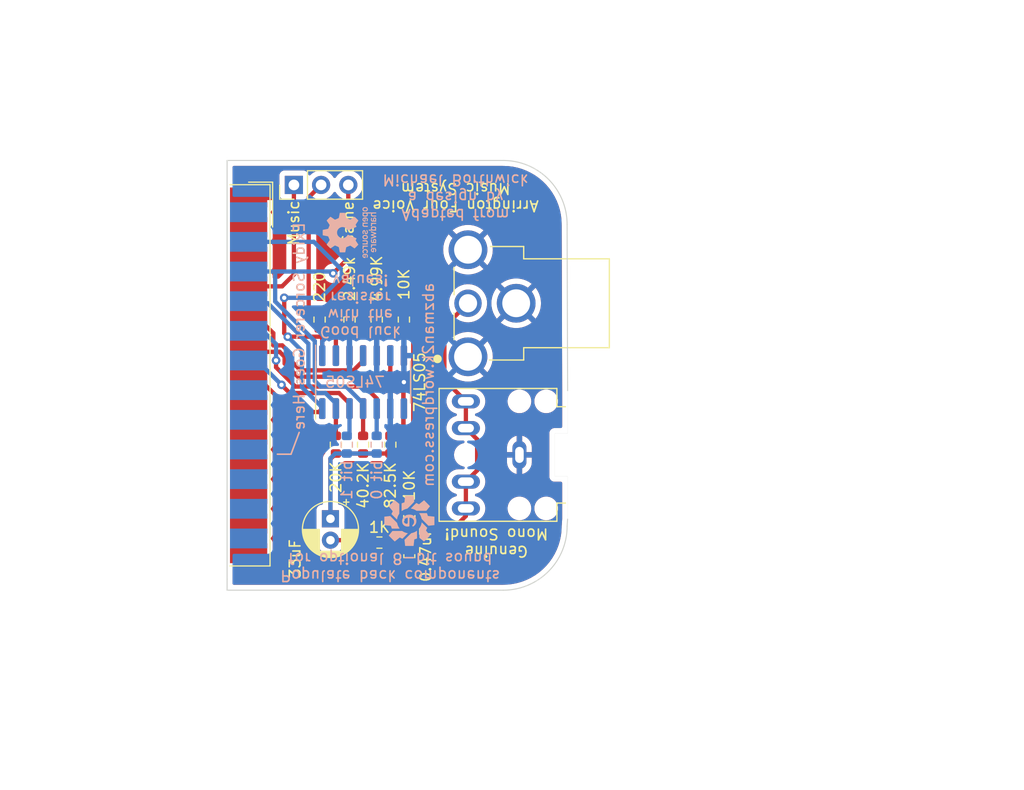
<source format=kicad_pcb>
(kicad_pcb (version 20221018) (generator pcbnew)
  (layers (0 "F.Cu" signal) (31 "B.Cu" signal) (34 "B.Paste" user) (35 "F.Paste" user) (36 "B.SilkS" user "B.Silkscreen") (37 "F.SilkS" user "F.Silkscreen") (38 "B.Mask" user) (39 "F.Mask" user) (44 "Edge.Cuts" user))
  (net 0 "")
  (net 1 "Net-(C1-Pad1)")
  (net 2 "GND")
  (net 3 "/mixed audio")
  (net 4 "Net-(C2-Pad2)")
  (net 7 "/bit 7")
  (net 8 "Net-(J2-Pad5)")
  (net 9 "Net-(J2-Pad6)")
  (net 10 "Net-(J2-Pad7)")
  (net 18 "VCC")
  (net 19 "/bit 0")
  (net 20 "/bit 1")
  (net 21 "Net-(J2-Pad18)")
  (net 22 "Net-(J2-Pad19)")
  (net 29 "Net-(R3-Pad2)")
  (net 30 "Net-(R4-Pad2)")
  (net 31 "Net-(R5-Pad2)")
  (net 32 "Net-(R6-Pad2)")
  (net 33 "Net-(R7-Pad2)")
  (net 34 "Net-(R8-Pad2)")
  (net 35 "Net-(SW1-Pad2)")
  (net 36 "Net-(R10-Pad2)")
  (net 37 "Net-(R11-Pad2)")
  (footprint "Resistor_SMD:R_0603_1608Metric" (layer "F.Cu") (at 122.428 80.01 90)
    (fp_text reference "R4" hide)
    (fp_text value "40.2K" (at -3.81 0 90) (layer "F.SilkS"))
    (pad "1" smd roundrect (at -0.825 0 90) (size 0.8 0.95) (layers "F.Cu" "F.Paste" "F.Mask") (net 3 "/mixed audio"))
    (pad "2" smd roundrect (at 0.825 0 90) (size 0.8 0.95) (layers "F.Cu" "F.Paste" "F.Mask") (net 30 "Net-(R4-Pad2)"))
  )
  (footprint "Resistor_SMD:R_0603_1608Metric" (layer "F.Cu") (at 124.968 80.01 90)
    (fp_text reference "R6" hide)
    (fp_text value "82.5K" (at -3.81 0 90) (layer "F.SilkS"))
    (pad "1" smd roundrect (at -0.825 0 90) (size 0.8 0.95) (layers "F.Cu" "F.Paste" "F.Mask") (net 3 "/mixed audio"))
    (pad "2" smd roundrect (at 0.825 0 90) (size 0.8 0.95) (layers "F.Cu" "F.Paste" "F.Mask") (net 32 "Net-(R6-Pad2)"))
  )
  (footprint "Evan's misc parts:CUI_RCJ-013" (layer "F.Cu") (at 138.176 66.802 180)
    (fp_text reference "J3" hide)
    (fp_text value "RCJ-013")
    (pad "1A" thru_hole circle (at 5.95 -5 180) (size 3.616 3.616) (drill 2.6) (layers "*.Cu" "*.Mask") (net 2 "GND"))
    (pad "1B" thru_hole circle (at 5.95 5 180) (size 3.616 3.616) (drill 2.6) (layers "*.Cu" "*.Mask") (net 2 "GND"))
    (pad "1C" thru_hole circle (at 1.45 0 180) (size 3.616 3.616) (drill 2.6) (layers "*.Cu" "*.Mask") (net 2 "GND"))
    (pad "2" thru_hole circle (at 5.95 0 180) (size 2.55 2.55) (drill 1.7) (layers "*.Cu" "*.Mask") (net 1 "Net-(C1-Pad1)"))
  )
  (footprint "Resistor_SMD:R_0603_1608Metric" (layer "F.Cu") (at 126.746 86.868 90)
    (fp_text reference "R1" hide)
    (fp_text value "10K" (at 3.048 0 90) (layer "F.SilkS"))
    (pad "1" smd roundrect (at -0.825 0 90) (size 0.8 0.95) (layers "F.Cu" "F.Paste" "F.Mask") (net 1 "Net-(C1-Pad1)"))
    (pad "2" smd roundrect (at 0.825 0 90) (size 0.8 0.95) (layers "F.Cu" "F.Paste" "F.Mask") (net 2 "GND"))
  )
  (footprint "Resistor_SMD:R_0603_1608Metric" (layer "F.Cu") (at 123.698 68.326 -90)
    (fp_text reference "R7" hide)
    (fp_text value "4.99K" (at -3.81 0 90) (layer "F.SilkS"))
    (pad "1" smd roundrect (at -0.825 0 270) (size 0.8 0.95) (layers "F.Cu" "F.Paste" "F.Mask") (net 3 "/mixed audio"))
    (pad "2" smd roundrect (at 0.825 0 270) (size 0.8 0.95) (layers "F.Cu" "F.Paste" "F.Mask") (net 33 "Net-(R7-Pad2)"))
  )
  (footprint "Package_SO:SO-14_3.9x8.65mm_P1.27mm" (layer "F.Cu") (at 122.428 74.168 90)
    (fp_text reference "U1" hide)
    (fp_text value "74LS05" (at 0 5.28 90) (layer "F.SilkS"))
    (pad "1" smd roundrect (at -2.475 -3.81 90) (size 1.95 0.6) (layers "F.Cu" "F.Paste" "F.Mask") (net 10 "Net-(J2-Pad7)"))
    (pad "2" smd roundrect (at -2.475 -2.54 90) (size 1.95 0.6) (layers "F.Cu" "F.Paste" "F.Mask") (net 29 "Net-(R3-Pad2)"))
    (pad "3" smd roundrect (at -2.475 -1.27 90) (size 1.95 0.6) (layers "F.Cu" "F.Paste" "F.Mask") (net 22 "Net-(J2-Pad19)"))
    (pad "4" smd roundrect (at -2.475 0 90) (size 1.95 0.6) (layers "F.Cu" "F.Paste" "F.Mask") (net 30 "Net-(R4-Pad2)"))
    (pad "5" smd roundrect (at -2.475 1.27 90) (size 1.95 0.6) (layers "F.Cu" "F.Paste" "F.Mask") (net 21 "Net-(J2-Pad18)"))
    (pad "6" smd roundrect (at -2.475 2.54 90) (size 1.95 0.6) (layers "F.Cu" "F.Paste" "F.Mask") (net 32 "Net-(R6-Pad2)"))
    (pad "7" smd roundrect (at -2.475 3.81 90) (size 1.95 0.6) (layers "F.Cu" "F.Paste" "F.Mask") (net 2 "GND"))
    (pad "8" smd roundrect (at 2.475 3.81 90) (size 1.95 0.6) (layers "F.Cu" "F.Paste" "F.Mask") (net 31 "Net-(R5-Pad2)"))
    (pad "9" smd roundrect (at 2.475 2.54 90) (size 1.95 0.6) (layers "F.Cu" "F.Paste" "F.Mask") (net 9 "Net-(J2-Pad6)"))
    (pad "10" smd roundrect (at 2.475 1.27 90) (size 1.95 0.6) (layers "F.Cu" "F.Paste" "F.Mask") (net 33 "Net-(R7-Pad2)"))
    (pad "11" smd roundrect (at 2.475 0 90) (size 1.95 0.6) (layers "F.Cu" "F.Paste" "F.Mask") (net 8 "Net-(J2-Pad5)"))
    (pad "12" smd roundrect (at 2.475 -1.27 90) (size 1.95 0.6) (layers "F.Cu" "F.Paste" "F.Mask") (net 34 "Net-(R8-Pad2)"))
    (pad "13" smd roundrect (at 2.475 -2.54 90) (size 1.95 0.6) (layers "F.Cu" "F.Paste" "F.Mask") (net 35 "Net-(SW1-Pad2)"))
    (pad "14" smd roundrect (at 2.475 -3.81 90) (size 1.95 0.6) (layers "F.Cu" "F.Paste" "F.Mask") (net 18 "VCC"))
  )
  (footprint "Evan's misc parts:CUI_SJ1-3525N" (layer "F.Cu") (at 137.028 80.9625 180)
    (fp_text reference "J1" hide)
    (fp_text value "SJ1-3525N")
    (fp_line (start -4.5 -6) (end -4.5 -2) (stroke (width 0.01)) (layer "Edge.Cuts"))
    (fp_line (start -4.5 -2) (end -3.3 -2) (stroke (width 0.01)) (layer "Edge.Cuts"))
    (fp_line (start -4.5 2) (end -4.5 6) (stroke (width 0.01)) (layer "Edge.Cuts"))
    (fp_line (start -3.3 -2) (end -3.3 2) (stroke (width 0.01)) (layer "Edge.Cuts"))
    (fp_line (start -3.3 2) (end -4.5 2) (stroke (width 0.01)) (layer "Edge.Cuts"))
    (pad "" np_thru_hole circle (at -2.5 -5 180) (size 1.2 1.2) (drill 1.2) (layers "*.Cu" "*.Mask"))
    (pad "" np_thru_hole circle (at -2.5 5 180) (size 1.2 1.2) (drill 1.2) (layers "*.Cu" "*.Mask"))
    (pad "" np_thru_hole circle (at 0 -5 180) (size 1.2 1.2) (drill 1.2) (layers "*.Cu" "*.Mask"))
    (pad "" np_thru_hole circle (at 0 5 180) (size 1.2 1.2) (drill 1.2) (layers "*.Cu" "*.Mask"))
    (pad "" np_thru_hole circle (at 5 0 180) (size 1.2 1.2) (drill 1.2) (layers "*.Cu" "*.Mask"))
    (pad "1" thru_hole oval (at 0 0 180) (size 1.308 2.616) (drill oval 0.8 1.5) (layers "*.Cu" "*.Mask") (net 2 "GND"))
    (pad "2" thru_hole oval (at 5 5 180) (size 2.616 1.308) (drill oval 1.5 0.8) (layers "*.Cu" "*.Mask") (net 1 "Net-(C1-Pad1)"))
    (pad "3" thru_hole oval (at 5 -5 180) (size 2.616 1.308) (drill oval 1.5 0.8) (layers "*.Cu" "*.Mask") (net 1 "Net-(C1-Pad1)"))
    (pad "10" thru_hole oval (at 5 2.5 180) (size 2.616 1.308) (drill oval 1.5 0.8) (layers "*.Cu" "*.Mask") (net 1 "Net-(C1-Pad1)"))
    (pad "11" thru_hole oval (at 5 -2.5 180) (size 2.616 1.308) (drill oval 1.5 0.8) (layers "*.Cu" "*.Mask") (net 1 "Net-(C1-Pad1)"))
  )
  (footprint "Resistor_SMD:R_0603_1608Metric" (layer "F.Cu") (at 118.364 68.326 -90)
    (fp_text reference "R9" hide)
    (fp_text value "220" (at -3.048 0 90) (layer "F.SilkS"))
    (pad "1" smd roundrect (at -0.825 0 270) (size 0.8 0.95) (layers "F.Cu" "F.Paste" "F.Mask") (net 3 "/mixed audio"))
    (pad "2" smd roundrect (at 0.825 0 270) (size 0.8 0.95) (layers "F.Cu" "F.Paste" "F.Mask") (net 18 "VCC"))
  )
  (footprint "Resistor_SMD:R_0603_1608Metric" (layer "F.Cu") (at 123.952 89.154 180)
    (fp_text reference "R2" hide)
    (fp_text value "1K" (at 0 1.43) (layer "F.SilkS"))
    (pad "1" smd roundrect (at -0.825 0 180) (size 0.8 0.95) (layers "F.Cu" "F.Paste" "F.Mask") (net 1 "Net-(C1-Pad1)"))
    (pad "2" smd roundrect (at 0.825 0 180) (size 0.8 0.95) (layers "F.Cu" "F.Paste" "F.Mask") (net 4 "Net-(C2-Pad2)"))
  )
  (footprint "Resistor_SMD:R_0603_1608Metric" (layer "F.Cu") (at 119.888 80.01 90)
    (fp_text reference "R3" hide)
    (fp_text value "20K" (at -3.048 0 90) (layer "F.SilkS"))
    (pad "1" smd roundrect (at -0.825 0 90) (size 0.8 0.95) (layers "F.Cu" "F.Paste" "F.Mask") (net 3 "/mixed audio"))
    (pad "2" smd roundrect (at 0.825 0 90) (size 0.8 0.95) (layers "F.Cu" "F.Paste" "F.Mask") (net 29 "Net-(R3-Pad2)"))
  )
  (footprint "Connector_Dsub:DSUB-25_Male_EdgeMount_P2.77mm" (layer "F.Cu") (at 111.7375 73.533 -90)
    (fp_text reference "J2" hide)
    (fp_text value "DB25_Male")
    (pad "1" smd rect (at -16.62 0 270) (size 1.846667 3.48) (layers "F.Cu" "F.Paste" "F.Mask") (net 2 "GND"))
    (pad "2" smd rect (at -13.85 0 270) (size 1.846667 3.48) (layers "F.Cu" "F.Paste" "F.Mask"))
    (pad "3" smd rect (at -11.08 0 270) (size 1.846667 3.48) (layers "F.Cu" "F.Paste" "F.Mask"))
    (pad "4" smd rect (at -8.31 0 270) (size 1.846667 3.48) (layers "F.Cu" "F.Paste" "F.Mask") (net 7 "/bit 7"))
    (pad "5" smd rect (at -5.54 0 270) (size 1.846667 3.48) (layers "F.Cu" "F.Paste" "F.Mask") (net 8 "Net-(J2-Pad5)"))
    (pad "6" smd rect (at -2.77 0 270) (size 1.846667 3.48) (layers "F.Cu" "F.Paste" "F.Mask") (net 9 "Net-(J2-Pad6)"))
    (pad "7" smd rect (at 0 0 270) (size 1.846667 3.48) (layers "F.Cu" "F.Paste" "F.Mask") (net 10 "Net-(J2-Pad7)"))
    (pad "8" smd rect (at 2.77 0 270) (size 1.846667 3.48) (layers "F.Cu" "F.Paste" "F.Mask"))
    (pad "9" smd rect (at 5.54 0 270) (size 1.846667 3.48) (layers "F.Cu" "F.Paste" "F.Mask"))
    (pad "10" smd rect (at 8.31 0 270) (size 1.846667 3.48) (layers "F.Cu" "F.Paste" "F.Mask"))
    (pad "11" smd rect (at 11.08 0 270) (size 1.846667 3.48) (layers "F.Cu" "F.Paste" "F.Mask"))
    (pad "12" smd rect (at 13.85 0 270) (size 1.846667 3.48) (layers "F.Cu" "F.Paste" "F.Mask"))
    (pad "13" smd rect (at 16.62 0 270) (size 1.846667 3.48) (layers "F.Cu" "F.Paste" "F.Mask"))
    (pad "14" smd rect (at -15.235 0 270) (size 1.846667 3.48) (layers "B.Cu" "B.Paste" "B.Mask"))
    (pad "15" smd rect (at -12.465 0 270) (size 1.846667 3.48) (layers "B.Cu" "B.Paste" "B.Mask") (net 18 "VCC"))
    (pad "16" smd rect (at -9.695 0 270) (size 1.846667 3.48) (layers "B.Cu" "B.Paste" "B.Mask") (net 19 "/bit 0"))
    (pad "17" smd rect (at -6.925 0 270) (size 1.846667 3.48) (layers "B.Cu" "B.Paste" "B.Mask") (net 20 "/bit 1"))
    (pad "18" smd rect (at -4.155 0 270) (size 1.846667 3.48) (layers "B.Cu" "B.Paste" "B.Mask") (net 21 "Net-(J2-Pad18)"))
    (pad "19" smd rect (at -1.385 0 270) (size 1.846667 3.48) (layers "B.Cu" "B.Paste" "B.Mask") (net 22 "Net-(J2-Pad19)"))
    (pad "20" smd rect (at 1.385 0 270) (size 1.846667 3.48) (layers "B.Cu" "B.Paste" "B.Mask"))
    (pad "21" smd rect (at 4.155 0 270) (size 1.846667 3.48) (layers "B.Cu" "B.Paste" "B.Mask"))
    (pad "22" smd rect (at 6.925 0 270) (size 1.846667 3.48) (layers "B.Cu" "B.Paste" "B.Mask"))
    (pad "23" smd rect (at 9.695 0 270) (size 1.846667 3.48) (layers "B.Cu" "B.Paste" "B.Mask"))
    (pad "24" smd rect (at 12.465 0 270) (size 1.846667 3.48) (layers "B.Cu" "B.Paste" "B.Mask"))
    (pad "25" smd rect (at 15.235 0 270) (size 1.846667 3.48) (layers "B.Cu" "B.Paste" "B.Mask"))
  )
  (footprint "Connector_PinHeader_2.54mm:PinHeader_1x03_P2.54mm_Vertical" (layer "F.Cu") (at 115.966 55.753 90)
    (fp_text reference "SW1" hide)
    (fp_text value "SW_SPDT")
    (pad "1" thru_hole rect (at 0 0 90) (size 1.7 1.7) (drill 1) (layers "*.Cu" "*.Mask") (net 7 "/bit 7"))
    (pad "2" thru_hole oval (at 0 2.54 90) (size 1.7 1.7) (drill 1) (layers "*.Cu" "*.Mask") (net 35 "Net-(SW1-Pad2)"))
    (pad "3" thru_hole oval (at 0 5.08 90) (size 1.7 1.7) (drill 1) (layers "*.Cu" "*.Mask") (net 19 "/bit 0"))
  )
  (footprint "Capacitor_SMD:C_0603_1608Metric" (layer "F.Cu") (at 126.746 90.424 -90)
    (fp_text reference "C1" hide)
    (fp_text value "0.47uF" (at -0.14058 -1.524 90) (layer "F.SilkS"))
    (pad "1" smd roundrect (at -0.775 0 270) (size 0.9 0.95) (layers "F.Cu" "F.Paste" "F.Mask") (net 1 "Net-(C1-Pad1)"))
    (pad "2" smd roundrect (at 0.775 0 270) (size 0.9 0.95) (layers "F.Cu" "F.Paste" "F.Mask") (net 2 "GND"))
  )
  (footprint "Capacitor_THT:CP_Radial_D5.0mm_P2.00mm" (layer "F.Cu") (at 119.38 86.928888 -90)
    (fp_text reference "C2" hide)
    (fp_text value "33uF" (at 3.749112 3.302 90) (layer "F.SilkS"))
    (pad "1" thru_hole rect (at 0 0 270) (size 1.6 1.6) (drill 0.8) (layers "*.Cu" "*.Mask") (net 3 "/mixed audio"))
    (pad "2" thru_hole circle (at 2 0 270) (size 1.6 1.6) (drill 0.8) (layers "*.Cu" "*.Mask") (net 4 "Net-(C2-Pad2)"))
  )
  (footprint "Resistor_SMD:R_0603_1608Metric" (layer "F.Cu") (at 126.238 68.326 -90)
    (fp_text reference "R5" hide)
    (fp_text value "10K" (at -3.302 0 90) (layer "F.SilkS"))
    (pad "1" smd roundrect (at -0.825 0 270) (size 0.8 0.95) (layers "F.Cu" "F.Paste" "F.Mask") (net 3 "/mixed audio"))
    (pad "2" smd roundrect (at 0.825 0 270) (size 0.8 0.95) (layers "F.Cu" "F.Paste" "F.Mask") (net 31 "Net-(R5-Pad2)"))
  )
  (footprint "Resistor_SMD:R_0603_1608Metric" (layer "F.Cu") (at 121.158 68.326 -90)
    (fp_text reference "R8" hide)
    (fp_text value "2.49k" (at -3.81 0 90) (layer "F.SilkS"))
    (pad "1" smd roundrect (at -0.825 0 270) (size 0.8 0.95) (layers "F.Cu" "F.Paste" "F.Mask") (net 3 "/mixed audio"))
    (pad "2" smd roundrect (at 0.825 0 270) (size 0.8 0.95) (layers "F.Cu" "F.Paste" "F.Mask") (net 34 "Net-(R8-Pad2)"))
  )
  (footprint "Resistor_SMD:R_0603_1608Metric" (layer "B.Cu") (at 123.698 80.01 90)
    (fp_text reference "R10" hide)
    (fp_text value "bit 0" (at -3.302 0 90) (layer "B.SilkS") (effects (justify mirror)))
    (pad "1" smd roundrect (at -0.825 0 90) (size 0.8 0.95) (layers "B.Cu" "B.Paste" "B.Mask") (net 3 "/mixed audio"))
    (pad "2" smd roundrect (at 0.825 0 90) (size 0.8 0.95) (layers "B.Cu" "B.Paste" "B.Mask") (net 36 "Net-(R10-Pad2)"))
  )
  (footprint "Resistor_SMD:R_0603_1608Metric" (layer "B.Cu") (at 120.904 80.01 90)
    (fp_text reference "R11" hide)
    (fp_text value "bit 1" (at -3.302 0 90) (layer "B.SilkS") (effects (justify mirror)))
    (pad "1" smd roundrect (at -0.825 0 90) (size 0.8 0.95) (layers "B.Cu" "B.Paste" "B.Mask") (net 3 "/mixed audio"))
    (pad "2" smd roundrect (at 0.825 0 90) (size 0.8 0.95) (layers "B.Cu" "B.Paste" "B.Mask") (net 37 "Net-(R11-Pad2)"))
  )
  (footprint "Package_SO:SO-14_3.9x8.65mm_P1.27mm" (layer "B.Cu") (at 122.428 74.168 -90)
    (fp_text reference "U2" hide)
    (fp_text value "74LS05" (at 0 0.762 180) (layer "B.SilkS") (effects (justify mirror)))
    (pad "1" smd roundrect (at -2.475 3.81 270) (size 1.95 0.6) (layers "B.Cu" "B.Paste" "B.Mask") (net 2 "GND"))
    (pad "2" smd roundrect (at -2.475 2.54 270) (size 1.95 0.6) (layers "B.Cu" "B.Paste" "B.Mask"))
    (pad "3" smd roundrect (at -2.475 1.27 270) (size 1.95 0.6) (layers "B.Cu" "B.Paste" "B.Mask") (net 2 "GND"))
    (pad "4" smd roundrect (at -2.475 0 270) (size 1.95 0.6) (layers "B.Cu" "B.Paste" "B.Mask"))
    (pad "5" smd roundrect (at -2.475 -1.27 270) (size 1.95 0.6) (layers "B.Cu" "B.Paste" "B.Mask") (net 2 "GND"))
    (pad "6" smd roundrect (at -2.475 -2.54 270) (size 1.95 0.6) (layers "B.Cu" "B.Paste" "B.Mask"))
    (pad "7" smd roundrect (at -2.475 -3.81 270) (size 1.95 0.6) (layers "B.Cu" "B.Paste" "B.Mask") (net 2 "GND"))
    (pad "8" smd roundrect (at 2.475 -3.81 270) (size 1.95 0.6) (layers "B.Cu" "B.Paste" "B.Mask"))
    (pad "9" smd roundrect (at 2.475 -2.54 270) (size 1.95 0.6) (layers "B.Cu" "B.Paste" "B.Mask") (net 2 "GND"))
    (pad "10" smd roundrect (at 2.475 -1.27 270) (size 1.95 0.6) (layers "B.Cu" "B.Paste" "B.Mask") (net 36 "Net-(R10-Pad2)"))
    (pad "11" smd roundrect (at 2.475 0 270) (size 1.95 0.6) (layers "B.Cu" "B.Paste" "B.Mask") (net 19 "/bit 0"))
    (pad "12" smd roundrect (at 2.475 1.27 270) (size 1.95 0.6) (layers "B.Cu" "B.Paste" "B.Mask") (net 37 "Net-(R11-Pad2)"))
    (pad "13" smd roundrect (at 2.475 2.54 270) (size 1.95 0.6) (layers "B.Cu" "B.Paste" "B.Mask") (net 20 "/bit 1"))
    (pad "14" smd roundrect (at 2.475 3.81 270) (size 1.95 0.6) (layers "B.Cu" "B.Paste" "B.Mask") (net 18 "VCC"))
  )
  (footprint "Evan's misc parts:Evan Logo" (layer "B.Cu") (at 126.746 87.122 -90)
    (fp_text reference "G***" hide)
    (fp_text value "LOGO" hide)
  )
  (footprint "Evan's misc parts:OSHW gear" (layer "B.Cu") (at 121.158 60.198 -90)
    (fp_text reference "G***" hide)
    (fp_text value "LOGO" hide)
  )
  (gr_line (start 115.697 80.899) (end 114.427 80.899) (stroke (width 0.15)) (layer "B.SilkS"))
  (gr_line (start 116.459 78.867) (end 115.697 80.899) (stroke (width 0.15)) (layer "B.SilkS"))
  (gr_line (start 141.481 87.63) (end 141.528 86.9625) (stroke (width 0.1)) (layer "Edge.Cuts"))
  (gr_line (start 109.728 53.467) (end 109.728 92.583) (stroke (width 0.1)) (layer "Edge.Cuts"))
  (gr_line (start 131.702 53.467) (end 135.512 53.467) (stroke (width 0.1)) (layer "Edge.Cuts"))
  (gr_arc (start 141.481 87.63) (mid 139.73272 91.85072) (end 135.512 93.599) (stroke (width 0.1)) (layer "Edge.Cuts"))
  (gr_line (start 141.528 74.9625) (end 141.481 59.436) (stroke (width 0.1)) (layer "Edge.Cuts"))
  (gr_arc (start 135.512 53.467) (mid 139.73272 55.21528) (end 141.481 59.436) (stroke (width 0.1)) (layer "Edge.Cuts"))
  (gr_line (start 135.512 93.599) (end 109.728 93.599) (stroke (width 0.1)) (layer "Edge.Cuts"))
  (gr_line (start 131.702 53.467) (end 109.728 53.467) (stroke (width 0.1)) (layer "Edge.Cuts"))
  (gr_line (start 109.728 92.583) (end 109.728 93.599) (stroke (width 0.1)) (layer "Edge.Cuts"))
  (gr_text "Populate back components\nfor optional 8-bit sound" (at 124.968 91.44 180) (layer "B.SilkS") (effects (font (size 1 1)) (justify mirror)))
  (gr_text "Good luck\nwith the\nresistor\nvalues!" (at 122.174 67.056 180) (layer "B.SilkS") (effects (font (size 1 1)) (justify mirror)))
  (gr_text "Exidy Sorcerer Goes Here" (at 116.459 68.961 90) (layer "B.SilkS") (effects (font (size 1 1)) (justify mirror)))
  (gr_text "abzman2k.wordpress.com" (at 128.524 74.422 90) (layer "B.SilkS") (effects (font (size 1 1)) (justify mirror)))
  (gr_text "Adapted from\na design by\nMichael Borthwick" (at 131.064 56.896 -180) (layer "B.SilkS") (effects (font (size 1 1)) (justify mirror)))
  (gr_text "Genuine\nMono Sound!" (at 134.874 89.154 180) (layer "F.SilkS") (effects (font (size 1 1))))
  (gr_text "Game" (at 121.031 59.309 90) (layer "F.SilkS") (effects (font (size 1 1))))
  (gr_text "Arrington Four Voice\nMusic System" (at 131.064 56.896 180) (layer "F.SilkS") (effects (font (size 1 1))))
  (gr_text "Music" (at 115.951 59.309 90) (layer "F.SilkS") (effects (font (size 1 1))))
  (segment (start 133.077521 79.512021) (end 132.028 78.4625) (width 0.4) (layer "F.Cu") (net 1))
  (segment (start 132.028 78.4625) (end 132.028 75.9625) (width 0.4) (layer "F.Cu") (net 1))
  (segment (start 130.018489 73.952989) (end 130.018489 69.009511) (width 0.4) (layer "F.Cu") (net 1))
  (segment (start 133.077521 82.412979) (end 133.077521 79.512021) (width 0.4) (layer "F.Cu") (net 1))
  (segment (start 132.028 83.4625) (end 133.077521 82.412979) (width 0.4) (layer "F.Cu") (net 1))
  (segment (start 126.746 89.649) (end 126.746 89.154) (width 0.4) (layer "F.Cu") (net 1))
  (segment (start 132.028 85.9625) (end 132.028 83.4625) (width 0.4) (layer "F.Cu") (net 1))
  (segment (start 131.001 87.693) (end 132.028 86.666) (width 0.4) (layer "F.Cu") (net 1))
  (segment (start 126.746 89.154) (end 126.746 87.693) (width 0.4) (layer "F.Cu") (net 1))
  (segment (start 132.028 86.666) (end 132.028 85.9625) (width 0.4) (layer "F.Cu") (net 1))
  (segment (start 132.028 75.9625) (end 130.018489 73.952989) (width 0.4) (layer "F.Cu") (net 1))
  (segment (start 130.018489 69.009511) (end 132.226 66.802) (width 0.4) (layer "F.Cu") (net 1))
  (segment (start 126.746 87.693) (end 131.001 87.693) (width 0.4) (layer "F.Cu") (net 1))
  (segment (start 124.777 89.154) (end 126.746 89.154) (width 0.4) (layer "F.Cu") (net 1))
  (via (at 126.238 74.168) (size 0.8) (drill 0.4) (layers "F.Cu" "B.Cu") (net 2))
  (segment (start 118.618 70.358) (end 119.38 69.596) (width 0.4) (layer "B.Cu") (net 2))
  (segment (start 118.618 71.693) (end 118.618 70.358) (width 0.4) (layer "B.Cu") (net 2))
  (segment (start 122.428 80.835) (end 124.968 80.835) (width 0.4) (layer "F.Cu") (net 3))
  (segment (start 119.38 86.928888) (end 119.38 81.343) (width 0.4) (layer "F.Cu") (net 3))
  (segment (start 123.698 67.501) (end 126.238 67.501) (width 0.4) (layer "F.Cu") (net 3))
  (segment (start 119.38 81.343) (end 119.888 80.835) (width 0.4) (layer "F.Cu") (net 3))
  (segment (start 118.364 67.501) (end 121.158 67.501) (width 0.4) (layer "F.Cu") (net 3))
  (segment (start 119.888 80.835) (end 122.428 80.835) (width 0.4) (layer "F.Cu") (net 3))
  (segment (start 124.968 80.835) (end 127.11252 78.69048) (width 0.4) (layer "F.Cu") (net 3))
  (segment (start 127.11252 68.37552) (end 126.238 67.501) (width 0.4) (layer "F.Cu") (net 3))
  (segment (start 121.158 67.501) (end 123.698 67.501) (width 0.4) (layer "F.Cu") (net 3))
  (segment (start 127.11252 78.69048) (end 127.11252 68.37552) (width 0.4) (layer "F.Cu") (net 3))
  (segment (start 119.825 80.835) (end 119.38 81.28) (width 0.4) (layer "B.Cu") (net 3))
  (segment (start 120.904 80.835) (end 123.698 80.835) (width 0.4) (layer "B.Cu") (net 3))
  (segment (start 120.904 80.835) (end 119.825 80.835) (width 0.4) (layer "B.Cu") (net 3))
  (segment (start 119.38 81.28) (end 119.38 86.928888) (width 0.4) (layer "B.Cu") (net 3))
  (segment (start 122.901888 88.928888) (end 123.127 89.154) (width 0.4) (layer "F.Cu") (net 4))
  (segment (start 119.38 88.928888) (end 122.901888 88.928888) (width 0.4) (layer "F.Cu") (net 4))
  (segment (start 114.863 65.223) (end 111.7375 65.223) (width 0.4) (layer "F.Cu") (net 7))
  (segment (start 115.966 55.753) (end 115.966 64.12) (width 0.4) (layer "F.Cu") (net 7))
  (segment (start 115.966 64.12) (end 114.863 65.223) (width 0.4) (layer "F.Cu") (net 7))
  (segment (start 114.046 69.596) (end 112.443 67.993) (width 0.4) (layer "F.Cu") (net 8))
  (segment (start 116.58737 73.06752) (end 115.739925 72.220075) (width 0.4) (layer "F.Cu") (net 8))
  (segment (start 121.535618 73.06752) (end 116.58737 73.06752) (width 0.4) (layer "F.Cu") (net 8))
  (segment (start 115.739925 71.597396) (end 114.879498 70.736969) (width 0.4) (layer "F.Cu") (net 8))
  (segment (start 114.046 70.736969) (end 114.046 69.596) (width 0.4) (layer "F.Cu") (net 8))
  (segment (start 114.879498 70.736969) (end 114.046 70.736969) (width 0.4) (layer "F.Cu") (net 8))
  (segment (start 122.428 71.693) (end 122.428 72.175138) (width 0.4) (layer "F.Cu") (net 8))
  (segment (start 112.443 67.993) (end 111.7375 67.993) (width 0.4) (layer "F.Cu") (net 8))
  (segment (start 115.739925 72.220075) (end 115.739925 71.597396) (width 0.4) (layer "F.Cu") (net 8))
  (segment (start 122.428 72.175138) (end 121.535618 73.06752) (width 0.4) (layer "F.Cu") (net 8))
  (segment (start 124.45296 73.66704) (end 116.33904 73.66704) (width 0.4) (layer "F.Cu") (net 9))
  (segment (start 112.310989 71.336489) (end 111.7375 70.763) (width 0.4) (layer "F.Cu") (net 9))
  (segment (start 115.099511 72.427511) (end 115.099511 71.804831) (width 0.4) (layer "F.Cu") (net 9))
  (segment (start 114.631169 71.336489) (end 112.310989 71.336489) (width 0.4) (layer "F.Cu") (net 9))
  (segment (start 124.968 71.693) (end 124.968 73.152) (width 0.4) (layer "F.Cu") (net 9))
  (segment (start 124.968 73.152) (end 124.45296 73.66704) (width 0.4) (layer "F.Cu") (net 9))
  (segment (start 116.33904 73.66704) (end 115.099511 72.427511) (width 0.4) (layer "F.Cu") (net 9))
  (segment (start 115.099511 71.804831) (end 114.631169 71.336489) (width 0.4) (layer "F.Cu") (net 9))
  (segment (start 111.7375 73.533) (end 112.395 73.533) (width 0.4) (layer "F.Cu") (net 10))
  (segment (start 118.299 76.962) (end 118.618 76.643) (width 0.4) (layer "F.Cu") (net 10))
  (segment (start 112.395 73.533) (end 115.824 76.962) (width 0.4) (layer "F.Cu") (net 10))
  (segment (start 115.824 76.962) (end 118.299 76.962) (width 0.4) (layer "F.Cu") (net 10))
  (segment (start 118.618 69.405) (end 118.364 69.151) (width 0.4) (layer "F.Cu") (net 18))
  (segment (start 115.062 69.596) (end 115.391699 69.925699) (width 0.4) (layer "F.Cu") (net 18))
  (segment (start 118.618 71.693) (end 118.618 69.405) (width 0.4) (layer "F.Cu") (net 18))
  (segment (start 118.618 69.925699) (end 118.618 71.693) (width 0.4) (layer "F.Cu") (net 18))
  (segment (start 115.391699 69.925699) (end 118.618 69.925699) (width 0.4) (layer "F.Cu") (net 18))
  (segment (start 115.062 66.294) (end 115.062 69.596) (width 0.4) (layer "F.Cu") (net 18))
  (via (at 115.062 66.294) (size 0.8) (drill 0.4) (layers "F.Cu" "B.Cu") (net 18))
  (via (at 115.391699 69.925699) (size 0.8) (drill 0.4) (layers "F.Cu" "B.Cu") (net 18))
  (segment (start 120.433511 63.676831) (end 120.433511 64.339169) (width 0.4) (layer "B.Cu") (net 18))
  (segment (start 120.433511 64.339169) (end 118.47868 66.294) (width 0.4) (layer "B.Cu") (net 18))
  (segment (start 117.82468 61.068) (end 120.433511 63.676831) (width 0.4) (layer "B.Cu") (net 18))
  (segment (start 118.618 76.53985) (end 118.618 76.643) (width 0.4) (layer "B.Cu") (net 18))
  (segment (start 115.391699 69.925699) (end 116.71944 71.25344) (width 0.4) (layer "B.Cu") (net 18))
  (segment (start 116.71944 71.25344) (end 116.71944 74.64129) (width 0.4) (layer "B.Cu") (net 18))
  (segment (start 118.47868 66.294) (end 115.062 66.294) (width 0.4) (layer "B.Cu") (net 18))
  (segment (start 116.71944 74.64129) (end 118.618 76.53985) (width 0.4) (layer "B.Cu") (net 18))
  (segment (start 111.7375 61.068) (end 117.82468 61.068) (width 0.4) (layer "B.Cu") (net 18))
  (segment (start 121.046 62.596) (end 119.634 64.008) (width 0.4) (layer "F.Cu") (net 19))
  (segment (start 121.046 55.753) (end 121.046 62.596) (width 0.4) (layer "F.Cu") (net 19))
  (via (at 119.634 64.008) (size 0.8) (drill 0.4) (layers "F.Cu" "B.Cu") (net 19))
  (segment (start 122.428 76.160862) (end 122.428 76.643) (width 0.4) (layer "B.Cu") (net 19))
  (segment (start 114.216 66.63215) (end 117.91848 70.33463) (width 0.4) (layer "B.Cu") (net 19))
  (segment (start 119.464 63.838) (end 114.216 63.838) (width 0.4) (layer "B.Cu") (net 19))
  (segment (start 114.216 63.838) (end 111.7375 63.838) (width 0.4) (layer "B.Cu") (net 19))
  (segment (start 114.216 63.838) (end 114.216 66.63215) (width 0.4) (layer "B.Cu") (net 19))
  (segment (start 118.45552 74.58448) (end 120.851618 74.58448) (width 0.4) (layer "B.Cu") (net 19))
  (segment (start 117.91848 70.33463) (end 117.91848 74.04744) (width 0.4) (layer "B.Cu") (net 19))
  (segment (start 120.851618 74.58448) (end 122.428 76.160862) (width 0.4) (layer "B.Cu") (net 19))
  (segment (start 117.91848 74.04744) (end 118.45552 74.58448) (width 0.4) (layer "B.Cu") (net 19))
  (segment (start 119.634 64.008) (end 119.464 63.838) (width 0.4) (layer "B.Cu") (net 19))
  (segment (start 113.538 66.802) (end 117.31896 70.58296) (width 0.4) (layer "B.Cu") (net 20))
  (segment (start 117.31896 74.39296) (end 118.11 75.184) (width 0.4) (layer "B.Cu") (net 20))
  (segment (start 117.31896 70.58296) (end 117.31896 74.39296) (width 0.4) (layer "B.Cu") (net 20))
  (segment (start 111.7375 66.608) (end 111.9315 66.802) (width 0.4) (layer "B.Cu") (net 20))
  (segment (start 119.888 76.160862) (end 119.888 76.643) (width 0.4) (layer "B.Cu") (net 20))
  (segment (start 118.911138 75.184) (end 119.888 76.160862) (width 0.4) (layer "B.Cu") (net 20))
  (segment (start 111.9315 66.802) (end 113.538 66.802) (width 0.4) (layer "B.Cu") (net 20))
  (segment (start 118.11 75.184) (end 118.911138 75.184) (width 0.4) (layer "B.Cu") (net 20))
  (segment (start 116.078 74.56132) (end 114.3 72.78332) (width 0.4) (layer "F.Cu") (net 21))
  (segment (start 123.698 76.643) (end 123.698 75.692) (width 0.4) (layer "F.Cu") (net 21))
  (segment (start 114.3 72.78332) (end 114.3 72.136) (width 0.4) (layer "F.Cu") (net 21))
  (segment (start 116.078 74.58448) (end 116.078 74.56132) (width 0.4) (layer "F.Cu") (net 21))
  (segment (start 122.59048 74.58448) (end 117.094 74.58448) (width 0.4) (layer "F.Cu") (net 21))
  (segment (start 117.094 74.58448) (end 116.078 74.58448) (width 0.4) (layer "F.Cu") (net 21))
  (segment (start 123.698 75.692) (end 122.59048 74.58448) (width 0.4) (layer "F.Cu") (net 21))
  (via (at 114.3 72.136) (size 0.8) (drill 0.4) (layers "F.Cu" "B.Cu") (net 21))
  (segment (start 113.066 69.378) (end 111.7375 69.378) (width 0.4) (layer "B.Cu") (net 21))
  (segment (start 114.3 70.612) (end 113.066 69.378) (width 0.4) (layer "B.Cu") (net 21))
  (segment (start 114.3 72.136) (end 114.3 70.612) (width 0.4) (layer "B.Cu") (net 21))
  (segment (start 115.57 75.184) (end 114.808 74.422) (width 0.4) (layer "F.Cu") (net 22))
  (segment (start 121.158 76.160862) (end 120.181138 75.184) (width 0.4) (layer "F.Cu") (net 22))
  (segment (start 121.158 76.643) (end 121.158 76.160862) (width 0.4) (layer "F.Cu") (net 22))
  (segment (start 120.181138 75.184) (end 115.57 75.184) (width 0.4) (layer "F.Cu") (net 22))
  (via (at 114.808 74.422) (size 0.8) (drill 0.4) (layers "F.Cu" "B.Cu") (net 22))
  (segment (start 112.534 72.148) (end 114.808 74.422) (width 0.4) (layer "B.Cu") (net 22))
  (segment (start 111.7375 72.148) (end 112.534 72.148) (width 0.4) (layer "B.Cu") (net 22))
  (segment (start 119.888 76.643) (end 119.888 79.185) (width 0.4) (layer "F.Cu") (net 29))
  (segment (start 122.428 76.643) (end 122.428 79.185) (width 0.4) (layer "F.Cu") (net 30))
  (segment (start 126.238 71.693) (end 126.238 69.151) (width 0.4) (layer "F.Cu") (net 31))
  (segment (start 124.968 76.643) (end 124.968 79.185) (width 0.4) (layer "F.Cu") (net 32))
  (segment (start 123.698 71.693) (end 123.698 69.151) (width 0.4) (layer "F.Cu") (net 33))
  (segment (start 121.158 71.693) (end 121.158 69.151) (width 0.4) (layer "F.Cu") (net 34))
  (segment (start 117.348 56.911) (end 118.506 55.753) (width 0.4) (layer "F.Cu") (net 35))
  (segment (start 119.888 71.693) (end 119.888 69.352151) (width 0.4) (layer "F.Cu") (net 35))
  (segment (start 119.888 69.352151) (end 118.836369 68.30052) (width 0.4) (layer "F.Cu") (net 35))
  (segment (start 118.836369 68.30052) (end 117.840671 68.30052) (width 0.4) (layer "F.Cu") (net 35))
  (segment (start 117.348 67.807849) (end 117.348 56.911) (width 0.4) (layer "F.Cu") (net 35))
  (segment (start 117.840671 68.30052) (end 117.348 67.807849) (width 0.4) (layer "F.Cu") (net 35))
  (segment (start 123.698 76.643) (end 123.698 79.185) (width 0.4) (layer "B.Cu") (net 36))
  (segment (start 121.158 76.643) (end 121.158 78.931) (width 0.4) (layer "B.Cu") (net 37))
  (segment (start 121.158 78.931) (end 120.904 79.185) (width 0.4) (layer "B.Cu") (net 37))
  (zone (net 2) (net_name "GND") (layers "F&B.Cu") (connect_pads (clearance 0.508)) (min_thickness 0.254) (fill yes (thermal_gap 0.508) (thermal_bridge_width 0.508))
    (polygon (pts (xy 183.642 40.894) (xy 184.15 112.268) (xy 88.519 112.014) (xy 90.805 38.481)))
  )
)
</source>
